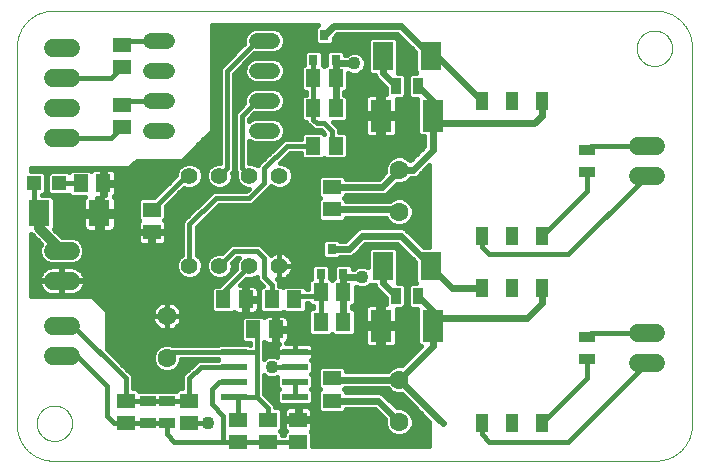
<source format=gtl>
G75*
%MOIN*%
%OFA0B0*%
%FSLAX25Y25*%
%IPPOS*%
%LPD*%
%AMOC8*
5,1,8,0,0,1.08239X$1,22.5*
%
%ADD10C,0.00000*%
%ADD11R,0.05906X0.05118*%
%ADD12C,0.06300*%
%ADD13R,0.05118X0.05906*%
%ADD14R,0.07087X0.09449*%
%ADD15R,0.08661X0.02362*%
%ADD16R,0.03150X0.03543*%
%ADD17C,0.05600*%
%ADD18C,0.05937*%
%ADD19R,0.03543X0.05512*%
%ADD20R,0.05512X0.03543*%
%ADD21R,0.07087X0.10630*%
%ADD22R,0.07087X0.08661*%
%ADD23R,0.04724X0.04724*%
%ADD24C,0.05200*%
%ADD25R,0.04000X0.06000*%
%ADD26C,0.01600*%
%ADD27C,0.02400*%
%ADD28C,0.04356*%
%ADD29C,0.03200*%
D10*
X0016500Y0005500D02*
X0217500Y0005500D01*
X0217790Y0005504D01*
X0218080Y0005514D01*
X0218369Y0005532D01*
X0218658Y0005556D01*
X0218946Y0005587D01*
X0219234Y0005626D01*
X0219520Y0005671D01*
X0219806Y0005724D01*
X0220089Y0005783D01*
X0220372Y0005849D01*
X0220652Y0005921D01*
X0220931Y0006001D01*
X0221208Y0006087D01*
X0221483Y0006180D01*
X0221755Y0006280D01*
X0222025Y0006386D01*
X0222292Y0006498D01*
X0222557Y0006618D01*
X0222818Y0006743D01*
X0223077Y0006875D01*
X0223332Y0007012D01*
X0223584Y0007156D01*
X0223832Y0007306D01*
X0224076Y0007462D01*
X0224317Y0007624D01*
X0224553Y0007792D01*
X0224786Y0007965D01*
X0225014Y0008144D01*
X0225238Y0008328D01*
X0225457Y0008518D01*
X0225672Y0008713D01*
X0225882Y0008913D01*
X0226087Y0009118D01*
X0226287Y0009328D01*
X0226482Y0009543D01*
X0226672Y0009762D01*
X0226856Y0009986D01*
X0227035Y0010214D01*
X0227208Y0010447D01*
X0227376Y0010683D01*
X0227538Y0010924D01*
X0227694Y0011168D01*
X0227844Y0011416D01*
X0227988Y0011668D01*
X0228125Y0011923D01*
X0228257Y0012182D01*
X0228382Y0012443D01*
X0228502Y0012708D01*
X0228614Y0012975D01*
X0228720Y0013245D01*
X0228820Y0013517D01*
X0228913Y0013792D01*
X0228999Y0014069D01*
X0229079Y0014348D01*
X0229151Y0014628D01*
X0229217Y0014911D01*
X0229276Y0015194D01*
X0229329Y0015480D01*
X0229374Y0015766D01*
X0229413Y0016054D01*
X0229444Y0016342D01*
X0229468Y0016631D01*
X0229486Y0016920D01*
X0229496Y0017210D01*
X0229500Y0017500D01*
X0229500Y0143500D01*
X0229496Y0143790D01*
X0229486Y0144080D01*
X0229468Y0144369D01*
X0229444Y0144658D01*
X0229413Y0144946D01*
X0229374Y0145234D01*
X0229329Y0145520D01*
X0229276Y0145806D01*
X0229217Y0146089D01*
X0229151Y0146372D01*
X0229079Y0146652D01*
X0228999Y0146931D01*
X0228913Y0147208D01*
X0228820Y0147483D01*
X0228720Y0147755D01*
X0228614Y0148025D01*
X0228502Y0148292D01*
X0228382Y0148557D01*
X0228257Y0148818D01*
X0228125Y0149077D01*
X0227988Y0149332D01*
X0227844Y0149584D01*
X0227694Y0149832D01*
X0227538Y0150076D01*
X0227376Y0150317D01*
X0227208Y0150553D01*
X0227035Y0150786D01*
X0226856Y0151014D01*
X0226672Y0151238D01*
X0226482Y0151457D01*
X0226287Y0151672D01*
X0226087Y0151882D01*
X0225882Y0152087D01*
X0225672Y0152287D01*
X0225457Y0152482D01*
X0225238Y0152672D01*
X0225014Y0152856D01*
X0224786Y0153035D01*
X0224553Y0153208D01*
X0224317Y0153376D01*
X0224076Y0153538D01*
X0223832Y0153694D01*
X0223584Y0153844D01*
X0223332Y0153988D01*
X0223077Y0154125D01*
X0222818Y0154257D01*
X0222557Y0154382D01*
X0222292Y0154502D01*
X0222025Y0154614D01*
X0221755Y0154720D01*
X0221483Y0154820D01*
X0221208Y0154913D01*
X0220931Y0154999D01*
X0220652Y0155079D01*
X0220372Y0155151D01*
X0220089Y0155217D01*
X0219806Y0155276D01*
X0219520Y0155329D01*
X0219234Y0155374D01*
X0218946Y0155413D01*
X0218658Y0155444D01*
X0218369Y0155468D01*
X0218080Y0155486D01*
X0217790Y0155496D01*
X0217500Y0155500D01*
X0016500Y0155500D01*
X0016210Y0155496D01*
X0015920Y0155486D01*
X0015631Y0155468D01*
X0015342Y0155444D01*
X0015054Y0155413D01*
X0014766Y0155374D01*
X0014480Y0155329D01*
X0014194Y0155276D01*
X0013911Y0155217D01*
X0013628Y0155151D01*
X0013348Y0155079D01*
X0013069Y0154999D01*
X0012792Y0154913D01*
X0012517Y0154820D01*
X0012245Y0154720D01*
X0011975Y0154614D01*
X0011708Y0154502D01*
X0011443Y0154382D01*
X0011182Y0154257D01*
X0010923Y0154125D01*
X0010668Y0153988D01*
X0010416Y0153844D01*
X0010168Y0153694D01*
X0009924Y0153538D01*
X0009683Y0153376D01*
X0009447Y0153208D01*
X0009214Y0153035D01*
X0008986Y0152856D01*
X0008762Y0152672D01*
X0008543Y0152482D01*
X0008328Y0152287D01*
X0008118Y0152087D01*
X0007913Y0151882D01*
X0007713Y0151672D01*
X0007518Y0151457D01*
X0007328Y0151238D01*
X0007144Y0151014D01*
X0006965Y0150786D01*
X0006792Y0150553D01*
X0006624Y0150317D01*
X0006462Y0150076D01*
X0006306Y0149832D01*
X0006156Y0149584D01*
X0006012Y0149332D01*
X0005875Y0149077D01*
X0005743Y0148818D01*
X0005618Y0148557D01*
X0005498Y0148292D01*
X0005386Y0148025D01*
X0005280Y0147755D01*
X0005180Y0147483D01*
X0005087Y0147208D01*
X0005001Y0146931D01*
X0004921Y0146652D01*
X0004849Y0146372D01*
X0004783Y0146089D01*
X0004724Y0145806D01*
X0004671Y0145520D01*
X0004626Y0145234D01*
X0004587Y0144946D01*
X0004556Y0144658D01*
X0004532Y0144369D01*
X0004514Y0144080D01*
X0004504Y0143790D01*
X0004500Y0143500D01*
X0004500Y0017500D01*
X0004504Y0017210D01*
X0004514Y0016920D01*
X0004532Y0016631D01*
X0004556Y0016342D01*
X0004587Y0016054D01*
X0004626Y0015766D01*
X0004671Y0015480D01*
X0004724Y0015194D01*
X0004783Y0014911D01*
X0004849Y0014628D01*
X0004921Y0014348D01*
X0005001Y0014069D01*
X0005087Y0013792D01*
X0005180Y0013517D01*
X0005280Y0013245D01*
X0005386Y0012975D01*
X0005498Y0012708D01*
X0005618Y0012443D01*
X0005743Y0012182D01*
X0005875Y0011923D01*
X0006012Y0011668D01*
X0006156Y0011416D01*
X0006306Y0011168D01*
X0006462Y0010924D01*
X0006624Y0010683D01*
X0006792Y0010447D01*
X0006965Y0010214D01*
X0007144Y0009986D01*
X0007328Y0009762D01*
X0007518Y0009543D01*
X0007713Y0009328D01*
X0007913Y0009118D01*
X0008118Y0008913D01*
X0008328Y0008713D01*
X0008543Y0008518D01*
X0008762Y0008328D01*
X0008986Y0008144D01*
X0009214Y0007965D01*
X0009447Y0007792D01*
X0009683Y0007624D01*
X0009924Y0007462D01*
X0010168Y0007306D01*
X0010416Y0007156D01*
X0010668Y0007012D01*
X0010923Y0006875D01*
X0011182Y0006743D01*
X0011443Y0006618D01*
X0011708Y0006498D01*
X0011975Y0006386D01*
X0012245Y0006280D01*
X0012517Y0006180D01*
X0012792Y0006087D01*
X0013069Y0006001D01*
X0013348Y0005921D01*
X0013628Y0005849D01*
X0013911Y0005783D01*
X0014194Y0005724D01*
X0014480Y0005671D01*
X0014766Y0005626D01*
X0015054Y0005587D01*
X0015342Y0005556D01*
X0015631Y0005532D01*
X0015920Y0005514D01*
X0016210Y0005504D01*
X0016500Y0005500D01*
X0011094Y0018000D02*
X0011096Y0018153D01*
X0011102Y0018307D01*
X0011112Y0018460D01*
X0011126Y0018612D01*
X0011144Y0018765D01*
X0011166Y0018916D01*
X0011191Y0019067D01*
X0011221Y0019218D01*
X0011255Y0019368D01*
X0011292Y0019516D01*
X0011333Y0019664D01*
X0011378Y0019810D01*
X0011427Y0019956D01*
X0011480Y0020100D01*
X0011536Y0020242D01*
X0011596Y0020383D01*
X0011660Y0020523D01*
X0011727Y0020661D01*
X0011798Y0020797D01*
X0011873Y0020931D01*
X0011950Y0021063D01*
X0012032Y0021193D01*
X0012116Y0021321D01*
X0012204Y0021447D01*
X0012295Y0021570D01*
X0012389Y0021691D01*
X0012487Y0021809D01*
X0012587Y0021925D01*
X0012691Y0022038D01*
X0012797Y0022149D01*
X0012906Y0022257D01*
X0013018Y0022362D01*
X0013132Y0022463D01*
X0013250Y0022562D01*
X0013369Y0022658D01*
X0013491Y0022751D01*
X0013616Y0022840D01*
X0013743Y0022927D01*
X0013872Y0023009D01*
X0014003Y0023089D01*
X0014136Y0023165D01*
X0014271Y0023238D01*
X0014408Y0023307D01*
X0014547Y0023372D01*
X0014687Y0023434D01*
X0014829Y0023492D01*
X0014972Y0023547D01*
X0015117Y0023598D01*
X0015263Y0023645D01*
X0015410Y0023688D01*
X0015558Y0023727D01*
X0015707Y0023763D01*
X0015857Y0023794D01*
X0016008Y0023822D01*
X0016159Y0023846D01*
X0016312Y0023866D01*
X0016464Y0023882D01*
X0016617Y0023894D01*
X0016770Y0023902D01*
X0016923Y0023906D01*
X0017077Y0023906D01*
X0017230Y0023902D01*
X0017383Y0023894D01*
X0017536Y0023882D01*
X0017688Y0023866D01*
X0017841Y0023846D01*
X0017992Y0023822D01*
X0018143Y0023794D01*
X0018293Y0023763D01*
X0018442Y0023727D01*
X0018590Y0023688D01*
X0018737Y0023645D01*
X0018883Y0023598D01*
X0019028Y0023547D01*
X0019171Y0023492D01*
X0019313Y0023434D01*
X0019453Y0023372D01*
X0019592Y0023307D01*
X0019729Y0023238D01*
X0019864Y0023165D01*
X0019997Y0023089D01*
X0020128Y0023009D01*
X0020257Y0022927D01*
X0020384Y0022840D01*
X0020509Y0022751D01*
X0020631Y0022658D01*
X0020750Y0022562D01*
X0020868Y0022463D01*
X0020982Y0022362D01*
X0021094Y0022257D01*
X0021203Y0022149D01*
X0021309Y0022038D01*
X0021413Y0021925D01*
X0021513Y0021809D01*
X0021611Y0021691D01*
X0021705Y0021570D01*
X0021796Y0021447D01*
X0021884Y0021321D01*
X0021968Y0021193D01*
X0022050Y0021063D01*
X0022127Y0020931D01*
X0022202Y0020797D01*
X0022273Y0020661D01*
X0022340Y0020523D01*
X0022404Y0020383D01*
X0022464Y0020242D01*
X0022520Y0020100D01*
X0022573Y0019956D01*
X0022622Y0019810D01*
X0022667Y0019664D01*
X0022708Y0019516D01*
X0022745Y0019368D01*
X0022779Y0019218D01*
X0022809Y0019067D01*
X0022834Y0018916D01*
X0022856Y0018765D01*
X0022874Y0018612D01*
X0022888Y0018460D01*
X0022898Y0018307D01*
X0022904Y0018153D01*
X0022906Y0018000D01*
X0022904Y0017847D01*
X0022898Y0017693D01*
X0022888Y0017540D01*
X0022874Y0017388D01*
X0022856Y0017235D01*
X0022834Y0017084D01*
X0022809Y0016933D01*
X0022779Y0016782D01*
X0022745Y0016632D01*
X0022708Y0016484D01*
X0022667Y0016336D01*
X0022622Y0016190D01*
X0022573Y0016044D01*
X0022520Y0015900D01*
X0022464Y0015758D01*
X0022404Y0015617D01*
X0022340Y0015477D01*
X0022273Y0015339D01*
X0022202Y0015203D01*
X0022127Y0015069D01*
X0022050Y0014937D01*
X0021968Y0014807D01*
X0021884Y0014679D01*
X0021796Y0014553D01*
X0021705Y0014430D01*
X0021611Y0014309D01*
X0021513Y0014191D01*
X0021413Y0014075D01*
X0021309Y0013962D01*
X0021203Y0013851D01*
X0021094Y0013743D01*
X0020982Y0013638D01*
X0020868Y0013537D01*
X0020750Y0013438D01*
X0020631Y0013342D01*
X0020509Y0013249D01*
X0020384Y0013160D01*
X0020257Y0013073D01*
X0020128Y0012991D01*
X0019997Y0012911D01*
X0019864Y0012835D01*
X0019729Y0012762D01*
X0019592Y0012693D01*
X0019453Y0012628D01*
X0019313Y0012566D01*
X0019171Y0012508D01*
X0019028Y0012453D01*
X0018883Y0012402D01*
X0018737Y0012355D01*
X0018590Y0012312D01*
X0018442Y0012273D01*
X0018293Y0012237D01*
X0018143Y0012206D01*
X0017992Y0012178D01*
X0017841Y0012154D01*
X0017688Y0012134D01*
X0017536Y0012118D01*
X0017383Y0012106D01*
X0017230Y0012098D01*
X0017077Y0012094D01*
X0016923Y0012094D01*
X0016770Y0012098D01*
X0016617Y0012106D01*
X0016464Y0012118D01*
X0016312Y0012134D01*
X0016159Y0012154D01*
X0016008Y0012178D01*
X0015857Y0012206D01*
X0015707Y0012237D01*
X0015558Y0012273D01*
X0015410Y0012312D01*
X0015263Y0012355D01*
X0015117Y0012402D01*
X0014972Y0012453D01*
X0014829Y0012508D01*
X0014687Y0012566D01*
X0014547Y0012628D01*
X0014408Y0012693D01*
X0014271Y0012762D01*
X0014136Y0012835D01*
X0014003Y0012911D01*
X0013872Y0012991D01*
X0013743Y0013073D01*
X0013616Y0013160D01*
X0013491Y0013249D01*
X0013369Y0013342D01*
X0013250Y0013438D01*
X0013132Y0013537D01*
X0013018Y0013638D01*
X0012906Y0013743D01*
X0012797Y0013851D01*
X0012691Y0013962D01*
X0012587Y0014075D01*
X0012487Y0014191D01*
X0012389Y0014309D01*
X0012295Y0014430D01*
X0012204Y0014553D01*
X0012116Y0014679D01*
X0012032Y0014807D01*
X0011950Y0014937D01*
X0011873Y0015069D01*
X0011798Y0015203D01*
X0011727Y0015339D01*
X0011660Y0015477D01*
X0011596Y0015617D01*
X0011536Y0015758D01*
X0011480Y0015900D01*
X0011427Y0016044D01*
X0011378Y0016190D01*
X0011333Y0016336D01*
X0011292Y0016484D01*
X0011255Y0016632D01*
X0011221Y0016782D01*
X0011191Y0016933D01*
X0011166Y0017084D01*
X0011144Y0017235D01*
X0011126Y0017388D01*
X0011112Y0017540D01*
X0011102Y0017693D01*
X0011096Y0017847D01*
X0011094Y0018000D01*
X0211094Y0143000D02*
X0211096Y0143153D01*
X0211102Y0143307D01*
X0211112Y0143460D01*
X0211126Y0143612D01*
X0211144Y0143765D01*
X0211166Y0143916D01*
X0211191Y0144067D01*
X0211221Y0144218D01*
X0211255Y0144368D01*
X0211292Y0144516D01*
X0211333Y0144664D01*
X0211378Y0144810D01*
X0211427Y0144956D01*
X0211480Y0145100D01*
X0211536Y0145242D01*
X0211596Y0145383D01*
X0211660Y0145523D01*
X0211727Y0145661D01*
X0211798Y0145797D01*
X0211873Y0145931D01*
X0211950Y0146063D01*
X0212032Y0146193D01*
X0212116Y0146321D01*
X0212204Y0146447D01*
X0212295Y0146570D01*
X0212389Y0146691D01*
X0212487Y0146809D01*
X0212587Y0146925D01*
X0212691Y0147038D01*
X0212797Y0147149D01*
X0212906Y0147257D01*
X0213018Y0147362D01*
X0213132Y0147463D01*
X0213250Y0147562D01*
X0213369Y0147658D01*
X0213491Y0147751D01*
X0213616Y0147840D01*
X0213743Y0147927D01*
X0213872Y0148009D01*
X0214003Y0148089D01*
X0214136Y0148165D01*
X0214271Y0148238D01*
X0214408Y0148307D01*
X0214547Y0148372D01*
X0214687Y0148434D01*
X0214829Y0148492D01*
X0214972Y0148547D01*
X0215117Y0148598D01*
X0215263Y0148645D01*
X0215410Y0148688D01*
X0215558Y0148727D01*
X0215707Y0148763D01*
X0215857Y0148794D01*
X0216008Y0148822D01*
X0216159Y0148846D01*
X0216312Y0148866D01*
X0216464Y0148882D01*
X0216617Y0148894D01*
X0216770Y0148902D01*
X0216923Y0148906D01*
X0217077Y0148906D01*
X0217230Y0148902D01*
X0217383Y0148894D01*
X0217536Y0148882D01*
X0217688Y0148866D01*
X0217841Y0148846D01*
X0217992Y0148822D01*
X0218143Y0148794D01*
X0218293Y0148763D01*
X0218442Y0148727D01*
X0218590Y0148688D01*
X0218737Y0148645D01*
X0218883Y0148598D01*
X0219028Y0148547D01*
X0219171Y0148492D01*
X0219313Y0148434D01*
X0219453Y0148372D01*
X0219592Y0148307D01*
X0219729Y0148238D01*
X0219864Y0148165D01*
X0219997Y0148089D01*
X0220128Y0148009D01*
X0220257Y0147927D01*
X0220384Y0147840D01*
X0220509Y0147751D01*
X0220631Y0147658D01*
X0220750Y0147562D01*
X0220868Y0147463D01*
X0220982Y0147362D01*
X0221094Y0147257D01*
X0221203Y0147149D01*
X0221309Y0147038D01*
X0221413Y0146925D01*
X0221513Y0146809D01*
X0221611Y0146691D01*
X0221705Y0146570D01*
X0221796Y0146447D01*
X0221884Y0146321D01*
X0221968Y0146193D01*
X0222050Y0146063D01*
X0222127Y0145931D01*
X0222202Y0145797D01*
X0222273Y0145661D01*
X0222340Y0145523D01*
X0222404Y0145383D01*
X0222464Y0145242D01*
X0222520Y0145100D01*
X0222573Y0144956D01*
X0222622Y0144810D01*
X0222667Y0144664D01*
X0222708Y0144516D01*
X0222745Y0144368D01*
X0222779Y0144218D01*
X0222809Y0144067D01*
X0222834Y0143916D01*
X0222856Y0143765D01*
X0222874Y0143612D01*
X0222888Y0143460D01*
X0222898Y0143307D01*
X0222904Y0143153D01*
X0222906Y0143000D01*
X0222904Y0142847D01*
X0222898Y0142693D01*
X0222888Y0142540D01*
X0222874Y0142388D01*
X0222856Y0142235D01*
X0222834Y0142084D01*
X0222809Y0141933D01*
X0222779Y0141782D01*
X0222745Y0141632D01*
X0222708Y0141484D01*
X0222667Y0141336D01*
X0222622Y0141190D01*
X0222573Y0141044D01*
X0222520Y0140900D01*
X0222464Y0140758D01*
X0222404Y0140617D01*
X0222340Y0140477D01*
X0222273Y0140339D01*
X0222202Y0140203D01*
X0222127Y0140069D01*
X0222050Y0139937D01*
X0221968Y0139807D01*
X0221884Y0139679D01*
X0221796Y0139553D01*
X0221705Y0139430D01*
X0221611Y0139309D01*
X0221513Y0139191D01*
X0221413Y0139075D01*
X0221309Y0138962D01*
X0221203Y0138851D01*
X0221094Y0138743D01*
X0220982Y0138638D01*
X0220868Y0138537D01*
X0220750Y0138438D01*
X0220631Y0138342D01*
X0220509Y0138249D01*
X0220384Y0138160D01*
X0220257Y0138073D01*
X0220128Y0137991D01*
X0219997Y0137911D01*
X0219864Y0137835D01*
X0219729Y0137762D01*
X0219592Y0137693D01*
X0219453Y0137628D01*
X0219313Y0137566D01*
X0219171Y0137508D01*
X0219028Y0137453D01*
X0218883Y0137402D01*
X0218737Y0137355D01*
X0218590Y0137312D01*
X0218442Y0137273D01*
X0218293Y0137237D01*
X0218143Y0137206D01*
X0217992Y0137178D01*
X0217841Y0137154D01*
X0217688Y0137134D01*
X0217536Y0137118D01*
X0217383Y0137106D01*
X0217230Y0137098D01*
X0217077Y0137094D01*
X0216923Y0137094D01*
X0216770Y0137098D01*
X0216617Y0137106D01*
X0216464Y0137118D01*
X0216312Y0137134D01*
X0216159Y0137154D01*
X0216008Y0137178D01*
X0215857Y0137206D01*
X0215707Y0137237D01*
X0215558Y0137273D01*
X0215410Y0137312D01*
X0215263Y0137355D01*
X0215117Y0137402D01*
X0214972Y0137453D01*
X0214829Y0137508D01*
X0214687Y0137566D01*
X0214547Y0137628D01*
X0214408Y0137693D01*
X0214271Y0137762D01*
X0214136Y0137835D01*
X0214003Y0137911D01*
X0213872Y0137991D01*
X0213743Y0138073D01*
X0213616Y0138160D01*
X0213491Y0138249D01*
X0213369Y0138342D01*
X0213250Y0138438D01*
X0213132Y0138537D01*
X0213018Y0138638D01*
X0212906Y0138743D01*
X0212797Y0138851D01*
X0212691Y0138962D01*
X0212587Y0139075D01*
X0212487Y0139191D01*
X0212389Y0139309D01*
X0212295Y0139430D01*
X0212204Y0139553D01*
X0212116Y0139679D01*
X0212032Y0139807D01*
X0211950Y0139937D01*
X0211873Y0140069D01*
X0211798Y0140203D01*
X0211727Y0140339D01*
X0211660Y0140477D01*
X0211596Y0140617D01*
X0211536Y0140758D01*
X0211480Y0140900D01*
X0211427Y0141044D01*
X0211378Y0141190D01*
X0211333Y0141336D01*
X0211292Y0141484D01*
X0211255Y0141632D01*
X0211221Y0141782D01*
X0211191Y0141933D01*
X0211166Y0142084D01*
X0211144Y0142235D01*
X0211126Y0142388D01*
X0211112Y0142540D01*
X0211102Y0142693D01*
X0211096Y0142847D01*
X0211094Y0143000D01*
D11*
X0109500Y0096740D03*
X0109500Y0089260D03*
X0049500Y0089240D03*
X0049500Y0081760D03*
X0039500Y0116760D03*
X0039500Y0124240D03*
X0039500Y0136760D03*
X0039500Y0144240D03*
X0109500Y0032990D03*
X0109500Y0025510D03*
X0098250Y0019240D03*
X0088250Y0019240D03*
X0078250Y0019240D03*
X0078250Y0011760D03*
X0088250Y0011760D03*
X0098250Y0011760D03*
X0062000Y0018010D03*
X0062000Y0025490D03*
X0040750Y0025490D03*
X0040750Y0018010D03*
D12*
X0054500Y0039750D03*
X0054500Y0053750D03*
X0132000Y0032500D03*
X0132000Y0018500D03*
X0132000Y0088500D03*
X0132000Y0102500D03*
D13*
X0110740Y0110500D03*
X0103260Y0110500D03*
X0103260Y0123000D03*
X0110740Y0123000D03*
X0110740Y0133000D03*
X0103260Y0133000D03*
X0033240Y0098000D03*
X0025760Y0098000D03*
X0073260Y0059250D03*
X0080740Y0059250D03*
X0089510Y0059250D03*
X0096990Y0059250D03*
X0105760Y0061750D03*
X0113240Y0061750D03*
X0113240Y0051750D03*
X0105760Y0051750D03*
X0090740Y0049250D03*
X0083260Y0049250D03*
D14*
X0126528Y0070500D03*
X0142472Y0070500D03*
X0142472Y0140500D03*
X0126528Y0140500D03*
D15*
X0097236Y0041750D03*
X0097236Y0036750D03*
X0097236Y0031750D03*
X0097236Y0026750D03*
X0076764Y0026750D03*
X0076764Y0031750D03*
X0076764Y0036750D03*
X0076764Y0041750D03*
D16*
X0105760Y0067813D03*
X0113240Y0067813D03*
X0109500Y0076081D03*
X0110740Y0139063D03*
X0103260Y0139063D03*
X0107000Y0147331D03*
D17*
X0092000Y0100500D03*
X0082000Y0100500D03*
X0072000Y0100500D03*
X0062000Y0100500D03*
X0062000Y0070500D03*
X0072000Y0070500D03*
X0082000Y0070500D03*
X0092000Y0070500D03*
D18*
X0022469Y0065500D02*
X0016531Y0065500D01*
X0016531Y0075500D02*
X0022469Y0075500D01*
X0022469Y0050500D02*
X0016531Y0050500D01*
X0016531Y0040500D02*
X0022469Y0040500D01*
X0022469Y0113000D02*
X0016531Y0113000D01*
X0016531Y0123000D02*
X0022469Y0123000D01*
X0022469Y0133000D02*
X0016531Y0133000D01*
X0016531Y0143000D02*
X0022469Y0143000D01*
X0211531Y0110500D02*
X0217469Y0110500D01*
X0217469Y0100500D02*
X0211531Y0100500D01*
X0211531Y0048000D02*
X0217469Y0048000D01*
X0217469Y0038000D02*
X0211531Y0038000D01*
D19*
X0138240Y0060500D03*
X0130760Y0060500D03*
X0130760Y0130500D03*
X0138240Y0130500D03*
D20*
X0194500Y0109240D03*
X0194500Y0101760D03*
X0194500Y0046740D03*
X0194500Y0039260D03*
X0054500Y0025490D03*
X0048250Y0025490D03*
X0048250Y0018010D03*
X0054500Y0018010D03*
D21*
X0125839Y0050500D03*
X0143161Y0050500D03*
X0143161Y0120500D03*
X0125839Y0120500D03*
D22*
X0032039Y0088000D03*
X0011961Y0088000D03*
D23*
X0010366Y0098000D03*
X0018634Y0098000D03*
D24*
X0049300Y0115500D02*
X0054500Y0115500D01*
X0054500Y0125500D02*
X0049300Y0125500D01*
X0049300Y0135500D02*
X0054500Y0135500D01*
X0054500Y0145500D02*
X0049300Y0145500D01*
X0084500Y0145500D02*
X0089700Y0145500D01*
X0089700Y0135500D02*
X0084500Y0135500D01*
X0084500Y0125500D02*
X0089700Y0125500D01*
X0089700Y0115500D02*
X0084500Y0115500D01*
D25*
X0159500Y0125500D03*
X0169500Y0125500D03*
X0179500Y0125500D03*
X0179500Y0080500D03*
X0169500Y0080500D03*
X0159500Y0080500D03*
X0159500Y0063000D03*
X0169500Y0063000D03*
X0179500Y0063000D03*
X0179500Y0018000D03*
X0169500Y0018000D03*
X0159500Y0018000D03*
D26*
X0159500Y0014250D01*
X0162000Y0011750D01*
X0188250Y0011750D01*
X0214500Y0038000D01*
X0214500Y0048000D02*
X0195760Y0048000D01*
X0194500Y0046740D01*
X0194500Y0039260D02*
X0194500Y0033000D01*
X0179500Y0018000D01*
X0142000Y0018288D02*
X0136750Y0018288D01*
X0136750Y0017555D02*
X0136750Y0019445D01*
X0136027Y0021191D01*
X0134691Y0022527D01*
X0132945Y0023250D01*
X0131210Y0023250D01*
X0126576Y0027884D01*
X0125547Y0028310D01*
X0114053Y0028310D01*
X0114053Y0028732D01*
X0113534Y0029250D01*
X0113984Y0029700D01*
X0128082Y0029700D01*
X0129309Y0028473D01*
X0131055Y0027750D01*
X0132790Y0027750D01*
X0142000Y0018540D01*
X0142000Y0010300D01*
X0102803Y0010300D01*
X0102803Y0014982D01*
X0102426Y0015359D01*
X0102643Y0015576D01*
X0102880Y0015986D01*
X0103003Y0016444D01*
X0103003Y0018761D01*
X0098730Y0018761D01*
X0098730Y0019720D01*
X0103003Y0019720D01*
X0103003Y0022036D01*
X0102880Y0022494D01*
X0102643Y0022904D01*
X0102308Y0023240D01*
X0101898Y0023477D01*
X0101440Y0023599D01*
X0098730Y0023599D01*
X0098730Y0019720D01*
X0097770Y0019720D01*
X0097770Y0018761D01*
X0093497Y0018761D01*
X0093497Y0016444D01*
X0093620Y0015986D01*
X0093857Y0015576D01*
X0094074Y0015359D01*
X0093697Y0014982D01*
X0093697Y0014160D01*
X0092803Y0014160D01*
X0092803Y0014982D01*
X0092284Y0015500D01*
X0092803Y0016018D01*
X0092803Y0022462D01*
X0091865Y0023399D01*
X0090650Y0023399D01*
X0090650Y0023477D01*
X0090285Y0024359D01*
X0089609Y0025035D01*
X0086900Y0027744D01*
X0086900Y0034007D01*
X0087360Y0033547D01*
X0088749Y0032972D01*
X0090251Y0032972D01*
X0091306Y0033409D01*
X0091306Y0029906D01*
X0091962Y0029250D01*
X0091306Y0028594D01*
X0091306Y0024906D01*
X0092243Y0023969D01*
X0102230Y0023969D01*
X0103167Y0024906D01*
X0103167Y0028594D01*
X0102511Y0029250D01*
X0103167Y0029906D01*
X0103167Y0033594D01*
X0102511Y0034250D01*
X0103167Y0034906D01*
X0103167Y0038594D01*
X0102647Y0039114D01*
X0102672Y0039129D01*
X0103007Y0039464D01*
X0103244Y0039874D01*
X0103367Y0040332D01*
X0103367Y0041750D01*
X0103367Y0043168D01*
X0103244Y0043626D01*
X0103007Y0044036D01*
X0102672Y0044371D01*
X0102262Y0044608D01*
X0101804Y0044731D01*
X0097236Y0044731D01*
X0094187Y0044731D01*
X0094404Y0044857D01*
X0094740Y0045192D01*
X0094977Y0045602D01*
X0095099Y0046060D01*
X0095099Y0048770D01*
X0091220Y0048770D01*
X0091220Y0044497D01*
X0092018Y0044497D01*
X0091800Y0044371D01*
X0091465Y0044036D01*
X0091228Y0043626D01*
X0091106Y0043168D01*
X0091105Y0041750D01*
X0097236Y0041750D01*
X0097236Y0041750D01*
X0091106Y0041750D01*
X0091106Y0040332D01*
X0091153Y0040154D01*
X0090251Y0040528D01*
X0088749Y0040528D01*
X0087360Y0039953D01*
X0086900Y0039493D01*
X0086900Y0041273D01*
X0086900Y0045033D01*
X0087076Y0044857D01*
X0087486Y0044620D01*
X0087944Y0044497D01*
X0090261Y0044497D01*
X0090261Y0048770D01*
X0091220Y0048770D01*
X0091220Y0049730D01*
X0090261Y0049730D01*
X0090261Y0054003D01*
X0087944Y0054003D01*
X0087486Y0053880D01*
X0087076Y0053643D01*
X0086859Y0053426D01*
X0086482Y0053803D01*
X0080038Y0053803D01*
X0079101Y0052865D01*
X0079101Y0045634D01*
X0080038Y0044697D01*
X0082100Y0044697D01*
X0082100Y0044188D01*
X0081757Y0044531D01*
X0071770Y0044531D01*
X0071389Y0044150D01*
X0056290Y0044150D01*
X0055445Y0044500D01*
X0053555Y0044500D01*
X0051809Y0043777D01*
X0050473Y0042441D01*
X0049750Y0040695D01*
X0049750Y0038805D01*
X0050473Y0037059D01*
X0051809Y0035723D01*
X0053555Y0035000D01*
X0055445Y0035000D01*
X0057191Y0035723D01*
X0058527Y0037059D01*
X0059250Y0038805D01*
X0059250Y0039350D01*
X0071389Y0039350D01*
X0071489Y0039250D01*
X0071389Y0039150D01*
X0065273Y0039150D01*
X0064391Y0038785D01*
X0059965Y0034359D01*
X0059600Y0033477D01*
X0059600Y0029649D01*
X0058384Y0029649D01*
X0057597Y0028862D01*
X0045153Y0028862D01*
X0044365Y0029649D01*
X0043150Y0029649D01*
X0043150Y0033477D01*
X0042785Y0034359D01*
X0042109Y0035035D01*
X0034500Y0042644D01*
X0034500Y0055500D01*
X0029500Y0060500D01*
X0009300Y0060500D01*
X0009300Y0081175D01*
X0012579Y0077896D01*
X0011963Y0076409D01*
X0011963Y0074591D01*
X0012659Y0072912D01*
X0013944Y0071627D01*
X0015623Y0070931D01*
X0023377Y0070931D01*
X0025056Y0071627D01*
X0026341Y0072912D01*
X0027037Y0074591D01*
X0027037Y0076409D01*
X0026341Y0078088D01*
X0025056Y0079373D01*
X0023377Y0080068D01*
X0019457Y0080068D01*
X0016811Y0082714D01*
X0017104Y0083007D01*
X0017104Y0092993D01*
X0016167Y0093931D01*
X0012766Y0093931D01*
X0012766Y0094038D01*
X0013391Y0094038D01*
X0014328Y0094975D01*
X0014328Y0101025D01*
X0013391Y0101962D01*
X0009300Y0101962D01*
X0009300Y0103000D01*
X0042000Y0103000D01*
X0044500Y0105500D01*
X0059500Y0105500D01*
X0069500Y0115500D01*
X0069500Y0150700D01*
X0104760Y0150700D01*
X0103825Y0149765D01*
X0103825Y0144896D01*
X0104762Y0143959D01*
X0109238Y0143959D01*
X0110175Y0144896D01*
X0110175Y0146546D01*
X0111329Y0147700D01*
X0131313Y0147700D01*
X0137329Y0141684D01*
X0137329Y0135113D01*
X0137586Y0134856D01*
X0135806Y0134856D01*
X0134869Y0133919D01*
X0134869Y0127081D01*
X0135806Y0126144D01*
X0138018Y0126144D01*
X0138018Y0114522D01*
X0138955Y0113585D01*
X0140361Y0113585D01*
X0140361Y0110321D01*
X0135629Y0105589D01*
X0134691Y0106527D01*
X0132945Y0107250D01*
X0131055Y0107250D01*
X0129309Y0106527D01*
X0127973Y0105191D01*
X0127250Y0103445D01*
X0127250Y0101710D01*
X0125080Y0099540D01*
X0114053Y0099540D01*
X0114053Y0099962D01*
X0113115Y0100899D01*
X0105884Y0100899D01*
X0104947Y0099962D01*
X0104947Y0093518D01*
X0105466Y0093000D01*
X0104947Y0092482D01*
X0104947Y0086038D01*
X0105884Y0085101D01*
X0113115Y0085101D01*
X0114053Y0086038D01*
X0114053Y0086460D01*
X0127704Y0086460D01*
X0127973Y0085809D01*
X0129309Y0084473D01*
X0131055Y0083750D01*
X0132945Y0083750D01*
X0134691Y0084473D01*
X0136027Y0085809D01*
X0136750Y0087555D01*
X0136750Y0089445D01*
X0136027Y0091191D01*
X0134691Y0092527D01*
X0132945Y0093250D01*
X0131055Y0093250D01*
X0129309Y0092527D01*
X0128842Y0092060D01*
X0114053Y0092060D01*
X0114053Y0092482D01*
X0113534Y0093000D01*
X0114053Y0093518D01*
X0114053Y0093940D01*
X0126797Y0093940D01*
X0127826Y0094366D01*
X0131210Y0097750D01*
X0132945Y0097750D01*
X0134691Y0098473D01*
X0135917Y0099700D01*
X0137057Y0099700D01*
X0138086Y0100126D01*
X0142000Y0104040D01*
X0142000Y0076824D01*
X0140108Y0076824D01*
X0134846Y0082086D01*
X0134059Y0082874D01*
X0133029Y0083300D01*
X0118943Y0083300D01*
X0117914Y0082874D01*
X0113921Y0078881D01*
X0112309Y0078881D01*
X0111738Y0079452D01*
X0107262Y0079452D01*
X0106325Y0078515D01*
X0106325Y0073646D01*
X0107262Y0072709D01*
X0111738Y0072709D01*
X0112309Y0073281D01*
X0115638Y0073281D01*
X0116667Y0073707D01*
X0117454Y0074495D01*
X0120660Y0077700D01*
X0131313Y0077700D01*
X0137329Y0071684D01*
X0137329Y0065113D01*
X0137586Y0064856D01*
X0135806Y0064856D01*
X0134869Y0063919D01*
X0134869Y0057081D01*
X0135806Y0056144D01*
X0138018Y0056144D01*
X0138018Y0044522D01*
X0138955Y0043585D01*
X0139125Y0043585D01*
X0132790Y0037250D01*
X0131055Y0037250D01*
X0129309Y0036527D01*
X0128082Y0035300D01*
X0114053Y0035300D01*
X0114053Y0036212D01*
X0113115Y0037149D01*
X0105884Y0037149D01*
X0104947Y0036212D01*
X0104947Y0029768D01*
X0105466Y0029250D01*
X0104947Y0028732D01*
X0104947Y0022288D01*
X0105884Y0021351D01*
X0113115Y0021351D01*
X0114053Y0022288D01*
X0114053Y0022710D01*
X0123830Y0022710D01*
X0127250Y0019290D01*
X0127250Y0017555D01*
X0127973Y0015809D01*
X0129309Y0014473D01*
X0131055Y0013750D01*
X0132945Y0013750D01*
X0134691Y0014473D01*
X0136027Y0015809D01*
X0136750Y0017555D01*
X0136391Y0016690D02*
X0142000Y0016690D01*
X0142000Y0015091D02*
X0135309Y0015091D01*
X0136567Y0019887D02*
X0140654Y0019887D01*
X0139055Y0021485D02*
X0135732Y0021485D01*
X0137457Y0023084D02*
X0133346Y0023084D01*
X0135858Y0024682D02*
X0129778Y0024682D01*
X0128179Y0026281D02*
X0134260Y0026281D01*
X0130743Y0027879D02*
X0126581Y0027879D01*
X0128305Y0029478D02*
X0113762Y0029478D01*
X0114053Y0035872D02*
X0128654Y0035872D01*
X0133010Y0037470D02*
X0103167Y0037470D01*
X0103167Y0035872D02*
X0104947Y0035872D01*
X0104947Y0034273D02*
X0102534Y0034273D01*
X0103167Y0032675D02*
X0104947Y0032675D01*
X0104947Y0031076D02*
X0103167Y0031076D01*
X0102738Y0029478D02*
X0105238Y0029478D01*
X0104947Y0027879D02*
X0103167Y0027879D01*
X0103167Y0026281D02*
X0104947Y0026281D01*
X0104947Y0024682D02*
X0102943Y0024682D01*
X0102464Y0023084D02*
X0104947Y0023084D01*
X0105750Y0021485D02*
X0103003Y0021485D01*
X0103003Y0019887D02*
X0126654Y0019887D01*
X0127250Y0018288D02*
X0103003Y0018288D01*
X0103003Y0016690D02*
X0127609Y0016690D01*
X0128691Y0015091D02*
X0102693Y0015091D01*
X0102803Y0013493D02*
X0142000Y0013493D01*
X0142000Y0011894D02*
X0102803Y0011894D01*
X0098250Y0011760D02*
X0088250Y0011760D01*
X0078260Y0011760D01*
X0078250Y0011760D01*
X0078260Y0011760D02*
X0077000Y0011750D01*
X0073250Y0011750D01*
X0073250Y0020500D01*
X0069500Y0024250D01*
X0069500Y0029250D01*
X0072000Y0031750D01*
X0076764Y0031750D01*
X0076764Y0026750D02*
X0078250Y0026514D01*
X0078250Y0019240D01*
X0076764Y0026750D02*
X0084500Y0026750D01*
X0088250Y0023000D01*
X0088250Y0019240D01*
X0092803Y0019887D02*
X0093497Y0019887D01*
X0093497Y0019720D02*
X0097770Y0019720D01*
X0097770Y0023599D01*
X0095060Y0023599D01*
X0094602Y0023477D01*
X0094192Y0023240D01*
X0093857Y0022904D01*
X0093620Y0022494D01*
X0093497Y0022036D01*
X0093497Y0019720D01*
X0093497Y0018288D02*
X0092803Y0018288D01*
X0092803Y0016690D02*
X0093497Y0016690D01*
X0093807Y0015091D02*
X0092693Y0015091D01*
X0097770Y0019887D02*
X0098730Y0019887D01*
X0098730Y0021485D02*
X0097770Y0021485D01*
X0097770Y0023084D02*
X0098730Y0023084D01*
X0097236Y0026750D02*
X0097236Y0031750D01*
X0091734Y0029478D02*
X0086900Y0029478D01*
X0086900Y0031076D02*
X0091306Y0031076D01*
X0091306Y0032675D02*
X0086900Y0032675D01*
X0089500Y0036750D02*
X0097236Y0036750D01*
X0102692Y0039069D02*
X0134609Y0039069D01*
X0136207Y0040667D02*
X0103367Y0040667D01*
X0103367Y0041750D02*
X0097236Y0041750D01*
X0097236Y0044731D01*
X0097236Y0041750D01*
X0097236Y0041750D01*
X0103367Y0041750D01*
X0103367Y0042266D02*
X0137806Y0042266D01*
X0138676Y0043864D02*
X0130607Y0043864D01*
X0130487Y0043745D02*
X0130822Y0044080D01*
X0131059Y0044490D01*
X0131182Y0044948D01*
X0131182Y0049700D01*
X0126639Y0049700D01*
X0126639Y0051300D01*
X0131182Y0051300D01*
X0131182Y0056052D01*
X0131157Y0056144D01*
X0133194Y0056144D01*
X0134131Y0057081D01*
X0134131Y0063919D01*
X0133194Y0064856D01*
X0131414Y0064856D01*
X0131671Y0065113D01*
X0131671Y0075887D01*
X0130734Y0076824D01*
X0122322Y0076824D01*
X0121384Y0075887D01*
X0121384Y0070059D01*
X0120251Y0070528D01*
X0118749Y0070528D01*
X0117360Y0069953D01*
X0116957Y0069550D01*
X0116415Y0069550D01*
X0116415Y0070247D01*
X0115478Y0071185D01*
X0111003Y0071185D01*
X0110065Y0070247D01*
X0110065Y0066303D01*
X0110018Y0066303D01*
X0109500Y0065784D01*
X0108982Y0066303D01*
X0108935Y0066303D01*
X0108935Y0070247D01*
X0107997Y0071185D01*
X0103522Y0071185D01*
X0102585Y0070247D01*
X0102585Y0066303D01*
X0102538Y0066303D01*
X0101601Y0065365D01*
X0101601Y0062900D01*
X0101115Y0062900D01*
X0100212Y0063803D01*
X0093768Y0063803D01*
X0093250Y0063284D01*
X0092732Y0063803D01*
X0091910Y0063803D01*
X0091910Y0064708D01*
X0091544Y0065590D01*
X0091158Y0065976D01*
X0091638Y0065900D01*
X0092000Y0065900D01*
X0092362Y0065900D01*
X0093077Y0066013D01*
X0093766Y0066237D01*
X0094411Y0066566D01*
X0094997Y0066991D01*
X0095509Y0067503D01*
X0095934Y0068089D01*
X0096263Y0068734D01*
X0096487Y0069423D01*
X0096600Y0070138D01*
X0096600Y0070500D01*
X0096600Y0070862D01*
X0096487Y0071577D01*
X0096263Y0072266D01*
X0095934Y0072911D01*
X0095509Y0073497D01*
X0094997Y0074009D01*
X0094411Y0074434D01*
X0093766Y0074763D01*
X0093077Y0074987D01*
X0092362Y0075100D01*
X0092000Y0075100D01*
X0092000Y0070500D01*
X0092000Y0070500D01*
X0096600Y0070500D01*
X0092000Y0070500D01*
X0092000Y0070500D01*
X0092000Y0075100D01*
X0091638Y0075100D01*
X0090923Y0074987D01*
X0090234Y0074763D01*
X0089589Y0074434D01*
X0089139Y0074107D01*
X0089035Y0074359D01*
X0088359Y0075035D01*
X0085859Y0077535D01*
X0084977Y0077900D01*
X0076523Y0077900D01*
X0075641Y0077535D01*
X0074965Y0076859D01*
X0072968Y0074862D01*
X0072875Y0074900D01*
X0071125Y0074900D01*
X0069508Y0074230D01*
X0068270Y0072992D01*
X0067600Y0071375D01*
X0067600Y0069625D01*
X0068270Y0068008D01*
X0069508Y0066770D01*
X0071125Y0066100D01*
X0072875Y0066100D01*
X0074492Y0066770D01*
X0075730Y0068008D01*
X0076400Y0069625D01*
X0076400Y0071375D01*
X0076362Y0071468D01*
X0077994Y0073100D01*
X0078377Y0073100D01*
X0078270Y0072992D01*
X0077600Y0071375D01*
X0077600Y0069625D01*
X0077638Y0069532D01*
X0071909Y0063803D01*
X0070038Y0063803D01*
X0069101Y0062865D01*
X0069101Y0055634D01*
X0070038Y0054697D01*
X0076482Y0054697D01*
X0076859Y0055074D01*
X0077076Y0054857D01*
X0077486Y0054620D01*
X0077944Y0054497D01*
X0080261Y0054497D01*
X0080261Y0058770D01*
X0081220Y0058770D01*
X0081220Y0054497D01*
X0083536Y0054497D01*
X0083994Y0054620D01*
X0084404Y0054857D01*
X0084740Y0055192D01*
X0084977Y0055602D01*
X0085099Y0056060D01*
X0085099Y0058770D01*
X0081220Y0058770D01*
X0081220Y0059730D01*
X0080261Y0059730D01*
X0080261Y0064003D01*
X0078897Y0064003D01*
X0081032Y0066138D01*
X0081125Y0066100D01*
X0082875Y0066100D01*
X0084492Y0066770D01*
X0084600Y0066877D01*
X0084600Y0066263D01*
X0084965Y0065381D01*
X0086543Y0063803D01*
X0086288Y0063803D01*
X0085351Y0062865D01*
X0085351Y0055634D01*
X0086288Y0054697D01*
X0092732Y0054697D01*
X0093250Y0055216D01*
X0093768Y0054697D01*
X0100212Y0054697D01*
X0101149Y0055634D01*
X0101149Y0058100D01*
X0101635Y0058100D01*
X0102538Y0057197D01*
X0103360Y0057197D01*
X0103360Y0056303D01*
X0102538Y0056303D01*
X0101601Y0055365D01*
X0101601Y0048134D01*
X0102538Y0047197D01*
X0108982Y0047197D01*
X0109500Y0047716D01*
X0110018Y0047197D01*
X0116462Y0047197D01*
X0117399Y0048134D01*
X0117399Y0055365D01*
X0116462Y0056303D01*
X0116040Y0056303D01*
X0116040Y0057197D01*
X0116462Y0057197D01*
X0117399Y0058134D01*
X0117399Y0063531D01*
X0118749Y0062972D01*
X0120251Y0062972D01*
X0121640Y0063547D01*
X0122295Y0064202D01*
X0122322Y0064176D01*
X0123728Y0064176D01*
X0123728Y0064175D01*
X0124154Y0063146D01*
X0127388Y0059912D01*
X0127388Y0057615D01*
X0126639Y0057615D01*
X0126639Y0051300D01*
X0125039Y0051300D01*
X0125039Y0057615D01*
X0122058Y0057615D01*
X0121600Y0057492D01*
X0121190Y0057255D01*
X0120855Y0056920D01*
X0120618Y0056510D01*
X0120495Y0056052D01*
X0120495Y0051300D01*
X0125039Y0051300D01*
X0125039Y0049700D01*
X0126639Y0049700D01*
X0126639Y0043385D01*
X0129619Y0043385D01*
X0130077Y0043508D01*
X0130487Y0043745D01*
X0131182Y0045463D02*
X0138018Y0045463D01*
X0138018Y0047061D02*
X0131182Y0047061D01*
X0131182Y0048660D02*
X0138018Y0048660D01*
X0138018Y0050258D02*
X0126639Y0050258D01*
X0126639Y0048660D02*
X0125039Y0048660D01*
X0125039Y0049700D02*
X0125039Y0043385D01*
X0122058Y0043385D01*
X0121600Y0043508D01*
X0121190Y0043745D01*
X0120855Y0044080D01*
X0120618Y0044490D01*
X0120495Y0044948D01*
X0120495Y0049700D01*
X0125039Y0049700D01*
X0125039Y0050258D02*
X0117399Y0050258D01*
X0117399Y0048660D02*
X0120495Y0048660D01*
X0120495Y0047061D02*
X0095099Y0047061D01*
X0095099Y0048660D02*
X0101601Y0048660D01*
X0101601Y0050258D02*
X0095099Y0050258D01*
X0095099Y0049730D02*
X0095099Y0052440D01*
X0094977Y0052898D01*
X0094740Y0053308D01*
X0094404Y0053643D01*
X0093994Y0053880D01*
X0093536Y0054003D01*
X0091220Y0054003D01*
X0091220Y0049730D01*
X0095099Y0049730D01*
X0095099Y0051857D02*
X0101601Y0051857D01*
X0101601Y0053455D02*
X0094592Y0053455D01*
X0093412Y0055054D02*
X0093088Y0055054D01*
X0091220Y0053455D02*
X0090261Y0053455D01*
X0090261Y0051857D02*
X0091220Y0051857D01*
X0091220Y0050258D02*
X0090261Y0050258D01*
X0090261Y0048660D02*
X0091220Y0048660D01*
X0091220Y0047061D02*
X0090261Y0047061D01*
X0090261Y0045463D02*
X0091220Y0045463D01*
X0091366Y0043864D02*
X0086900Y0043864D01*
X0086900Y0042266D02*
X0091106Y0042266D01*
X0091106Y0040667D02*
X0086900Y0040667D01*
X0084500Y0041750D02*
X0076764Y0041750D01*
X0056500Y0041750D01*
X0054500Y0039750D01*
X0058697Y0037470D02*
X0063076Y0037470D01*
X0061478Y0035872D02*
X0057339Y0035872D01*
X0059930Y0034273D02*
X0042820Y0034273D01*
X0043150Y0032675D02*
X0059600Y0032675D01*
X0059600Y0031076D02*
X0043150Y0031076D01*
X0044537Y0029478D02*
X0058213Y0029478D01*
X0062000Y0033000D02*
X0065750Y0036750D01*
X0076764Y0036750D01*
X0084500Y0041750D02*
X0084500Y0048010D01*
X0083260Y0049250D01*
X0079101Y0048660D02*
X0034500Y0048660D01*
X0034500Y0050258D02*
X0050991Y0050258D01*
X0050724Y0050525D02*
X0051275Y0049974D01*
X0051906Y0049516D01*
X0052600Y0049163D01*
X0053341Y0048922D01*
X0054110Y0048800D01*
X0054500Y0048800D01*
X0054890Y0048800D01*
X0055659Y0048922D01*
X0056400Y0049163D01*
X0057094Y0049516D01*
X0057725Y0049974D01*
X0058276Y0050525D01*
X0058734Y0051156D01*
X0059087Y0051850D01*
X0059328Y0052591D01*
X0059450Y0053360D01*
X0059450Y0053750D01*
X0059450Y0054140D01*
X0059328Y0054909D01*
X0059087Y0055650D01*
X0058734Y0056344D01*
X0058276Y0056975D01*
X0057725Y0057526D01*
X0057094Y0057984D01*
X0056400Y0058337D01*
X0055659Y0058578D01*
X0054890Y0058700D01*
X0054500Y0058700D01*
X0054500Y0053750D01*
X0054500Y0053750D01*
X0059450Y0053750D01*
X0054500Y0053750D01*
X0054500Y0053750D01*
X0054500Y0053750D01*
X0049550Y0053750D01*
X0049550Y0054140D01*
X0049672Y0054909D01*
X0049913Y0055650D01*
X0050266Y0056344D01*
X0050724Y0056975D01*
X0051275Y0057526D01*
X0051906Y0057984D01*
X0052600Y0058337D01*
X0053341Y0058578D01*
X0054110Y0058700D01*
X0054500Y0058700D01*
X0054500Y0053750D01*
X0054500Y0048800D01*
X0054500Y0053750D01*
X0054500Y0053750D01*
X0049550Y0053750D01*
X0049550Y0053360D01*
X0049672Y0052591D01*
X0049913Y0051850D01*
X0050266Y0051156D01*
X0050724Y0050525D01*
X0049910Y0051857D02*
X0034500Y0051857D01*
X0034500Y0053455D02*
X0049550Y0053455D01*
X0049719Y0055054D02*
X0034500Y0055054D01*
X0033348Y0056652D02*
X0050490Y0056652D01*
X0052430Y0058251D02*
X0031749Y0058251D01*
X0030151Y0059849D02*
X0069101Y0059849D01*
X0069101Y0058251D02*
X0056570Y0058251D01*
X0054500Y0058251D02*
X0054500Y0058251D01*
X0054500Y0056652D02*
X0054500Y0056652D01*
X0054500Y0055054D02*
X0054500Y0055054D01*
X0054500Y0053455D02*
X0054500Y0053455D01*
X0054500Y0051857D02*
X0054500Y0051857D01*
X0054500Y0050258D02*
X0054500Y0050258D01*
X0058009Y0050258D02*
X0079101Y0050258D01*
X0079101Y0051857D02*
X0059090Y0051857D01*
X0059450Y0053455D02*
X0079691Y0053455D01*
X0080261Y0055054D02*
X0081220Y0055054D01*
X0081220Y0056652D02*
X0080261Y0056652D01*
X0080261Y0058251D02*
X0081220Y0058251D01*
X0081220Y0059730D02*
X0085099Y0059730D01*
X0085099Y0062440D01*
X0084977Y0062898D01*
X0084740Y0063308D01*
X0084404Y0063643D01*
X0083994Y0063880D01*
X0083536Y0064003D01*
X0081220Y0064003D01*
X0081220Y0059730D01*
X0081220Y0059849D02*
X0080261Y0059849D01*
X0080261Y0061448D02*
X0081220Y0061448D01*
X0081220Y0063046D02*
X0080261Y0063046D01*
X0079539Y0064645D02*
X0085701Y0064645D01*
X0085532Y0063046D02*
X0084891Y0063046D01*
X0085099Y0061448D02*
X0085351Y0061448D01*
X0085351Y0059849D02*
X0085099Y0059849D01*
X0085099Y0058251D02*
X0085351Y0058251D01*
X0085351Y0056652D02*
X0085099Y0056652D01*
X0084601Y0055054D02*
X0085931Y0055054D01*
X0086829Y0053455D02*
X0086888Y0053455D01*
X0089510Y0059250D02*
X0089510Y0064230D01*
X0087000Y0066740D01*
X0087000Y0073000D01*
X0084500Y0075500D01*
X0077000Y0075500D01*
X0072000Y0070500D01*
X0068123Y0072637D02*
X0065877Y0072637D01*
X0065730Y0072992D02*
X0064492Y0074230D01*
X0064400Y0074268D01*
X0064400Y0083256D01*
X0071744Y0090600D01*
X0082477Y0090600D01*
X0083359Y0090965D01*
X0084035Y0091641D01*
X0089035Y0096641D01*
X0089211Y0097066D01*
X0089508Y0096770D01*
X0091125Y0096100D01*
X0092875Y0096100D01*
X0094492Y0096770D01*
X0095730Y0098008D01*
X0096400Y0099625D01*
X0096400Y0101375D01*
X0095730Y0102992D01*
X0094492Y0104230D01*
X0092875Y0104900D01*
X0092294Y0104900D01*
X0095494Y0108100D01*
X0099101Y0108100D01*
X0099101Y0106884D01*
X0100038Y0105947D01*
X0106482Y0105947D01*
X0107000Y0106466D01*
X0107518Y0105947D01*
X0113962Y0105947D01*
X0114899Y0106884D01*
X0114899Y0114115D01*
X0113962Y0115053D01*
X0111900Y0115053D01*
X0111900Y0115977D01*
X0111535Y0116859D01*
X0109947Y0118447D01*
X0113962Y0118447D01*
X0114899Y0119384D01*
X0114899Y0126615D01*
X0113962Y0127553D01*
X0113540Y0127553D01*
X0113540Y0128447D01*
X0113962Y0128447D01*
X0114899Y0129384D01*
X0114899Y0134781D01*
X0116249Y0134222D01*
X0117751Y0134222D01*
X0119140Y0134797D01*
X0120203Y0135860D01*
X0120778Y0137249D01*
X0120778Y0138751D01*
X0120203Y0140140D01*
X0119140Y0141203D01*
X0117751Y0141778D01*
X0116249Y0141778D01*
X0114860Y0141203D01*
X0114457Y0140800D01*
X0113915Y0140800D01*
X0113915Y0141497D01*
X0112978Y0142435D01*
X0108503Y0142435D01*
X0107565Y0141497D01*
X0107565Y0137553D01*
X0107518Y0137553D01*
X0107000Y0137034D01*
X0106482Y0137553D01*
X0106435Y0137553D01*
X0106435Y0141497D01*
X0105497Y0142435D01*
X0101022Y0142435D01*
X0100085Y0141497D01*
X0100085Y0137553D01*
X0100038Y0137553D01*
X0099101Y0136615D01*
X0099101Y0129384D01*
X0100038Y0128447D01*
X0100860Y0128447D01*
X0100860Y0127553D01*
X0100038Y0127553D01*
X0099101Y0126615D01*
X0099101Y0119384D01*
X0100038Y0118447D01*
X0100991Y0118447D01*
X0101225Y0117881D01*
X0102465Y0116641D01*
X0103141Y0115965D01*
X0104023Y0115600D01*
X0106006Y0115600D01*
X0107036Y0114570D01*
X0107000Y0114534D01*
X0106482Y0115053D01*
X0100038Y0115053D01*
X0099101Y0114115D01*
X0099101Y0112900D01*
X0094023Y0112900D01*
X0093141Y0112535D01*
X0085641Y0105035D01*
X0084965Y0104359D01*
X0084789Y0103934D01*
X0084492Y0104230D01*
X0082875Y0104900D01*
X0081900Y0104900D01*
X0081900Y0112160D01*
X0082121Y0111939D01*
X0083665Y0111300D01*
X0090535Y0111300D01*
X0092079Y0111939D01*
X0093261Y0113121D01*
X0093900Y0114665D01*
X0093900Y0116335D01*
X0093261Y0117879D01*
X0092079Y0119061D01*
X0090535Y0119700D01*
X0083665Y0119700D01*
X0082121Y0119061D01*
X0081900Y0118840D01*
X0081900Y0119506D01*
X0083694Y0121300D01*
X0090535Y0121300D01*
X0092079Y0121939D01*
X0093261Y0123121D01*
X0093900Y0124665D01*
X0093900Y0126335D01*
X0093261Y0127879D01*
X0092079Y0129061D01*
X0090535Y0129700D01*
X0083665Y0129700D01*
X0082121Y0129061D01*
X0080939Y0127879D01*
X0080300Y0126335D01*
X0080300Y0124694D01*
X0078141Y0122535D01*
X0077465Y0121859D01*
X0077100Y0120977D01*
X0077100Y0102523D01*
X0077465Y0101641D01*
X0077638Y0101468D01*
X0077600Y0101375D01*
X0077600Y0099625D01*
X0078270Y0098008D01*
X0079508Y0096770D01*
X0081125Y0096100D01*
X0081706Y0096100D01*
X0081006Y0095400D01*
X0070273Y0095400D01*
X0069391Y0095035D01*
X0060641Y0086285D01*
X0059965Y0085609D01*
X0059600Y0084727D01*
X0059600Y0074268D01*
X0059508Y0074230D01*
X0058270Y0072992D01*
X0057600Y0071375D01*
X0057600Y0069625D01*
X0058270Y0068008D01*
X0059508Y0066770D01*
X0061125Y0066100D01*
X0062875Y0066100D01*
X0064492Y0066770D01*
X0065730Y0068008D01*
X0066400Y0069625D01*
X0066400Y0071375D01*
X0065730Y0072992D01*
X0064478Y0074236D02*
X0069522Y0074236D01*
X0067600Y0071039D02*
X0066400Y0071039D01*
X0066324Y0069440D02*
X0067676Y0069440D01*
X0068436Y0067842D02*
X0065564Y0067842D01*
X0063221Y0066243D02*
X0070778Y0066243D01*
X0073221Y0066243D02*
X0074349Y0066243D01*
X0075564Y0067842D02*
X0075948Y0067842D01*
X0076324Y0069440D02*
X0077546Y0069440D01*
X0077600Y0071039D02*
X0076400Y0071039D01*
X0077532Y0072637D02*
X0078123Y0072637D01*
X0082000Y0070500D02*
X0073260Y0061760D01*
X0073260Y0059250D01*
X0069101Y0061448D02*
X0025004Y0061448D01*
X0024968Y0061422D02*
X0025575Y0061863D01*
X0026106Y0062394D01*
X0026547Y0063001D01*
X0026888Y0063670D01*
X0027120Y0064383D01*
X0027237Y0065125D01*
X0027237Y0065316D01*
X0019684Y0065316D01*
X0019684Y0060731D01*
X0022844Y0060731D01*
X0023585Y0060849D01*
X0024299Y0061081D01*
X0024968Y0061422D01*
X0026570Y0063046D02*
X0069282Y0063046D01*
X0072751Y0064645D02*
X0027161Y0064645D01*
X0027237Y0065684D02*
X0027237Y0065875D01*
X0027120Y0066617D01*
X0026888Y0067330D01*
X0026547Y0067999D01*
X0026106Y0068606D01*
X0025575Y0069137D01*
X0024968Y0069578D01*
X0024299Y0069919D01*
X0023585Y0070151D01*
X0022844Y0070268D01*
X0019684Y0070268D01*
X0019684Y0065684D01*
X0019316Y0065684D01*
X0019316Y0065316D01*
X0019684Y0065316D01*
X0019684Y0065684D01*
X0027237Y0065684D01*
X0027179Y0066243D02*
X0060778Y0066243D01*
X0058436Y0067842D02*
X0026627Y0067842D01*
X0025158Y0069440D02*
X0057676Y0069440D01*
X0057600Y0071039D02*
X0023637Y0071039D01*
X0026067Y0072637D02*
X0058123Y0072637D01*
X0059522Y0074236D02*
X0026890Y0074236D01*
X0027037Y0075834D02*
X0059600Y0075834D01*
X0059600Y0077433D02*
X0052810Y0077433D01*
X0052690Y0077401D02*
X0053148Y0077523D01*
X0053558Y0077760D01*
X0053893Y0078096D01*
X0054130Y0078506D01*
X0054253Y0078964D01*
X0054253Y0081280D01*
X0049980Y0081280D01*
X0049980Y0082239D01*
X0054253Y0082239D01*
X0054253Y0084556D01*
X0054130Y0085014D01*
X0053893Y0085424D01*
X0053676Y0085641D01*
X0054053Y0086018D01*
X0054053Y0090399D01*
X0060155Y0096502D01*
X0061125Y0096100D01*
X0062875Y0096100D01*
X0064492Y0096770D01*
X0065730Y0098008D01*
X0066400Y0099625D01*
X0066400Y0101375D01*
X0065730Y0102992D01*
X0064492Y0104230D01*
X0062875Y0104900D01*
X0061125Y0104900D01*
X0059508Y0104230D01*
X0058270Y0102992D01*
X0057600Y0101375D01*
X0057600Y0100734D01*
X0050265Y0093399D01*
X0045884Y0093399D01*
X0044947Y0092462D01*
X0044947Y0086018D01*
X0045324Y0085641D01*
X0045107Y0085424D01*
X0044870Y0085014D01*
X0044747Y0084556D01*
X0044747Y0082239D01*
X0049020Y0082239D01*
X0049020Y0081280D01*
X0044747Y0081280D01*
X0044747Y0078964D01*
X0044870Y0078506D01*
X0045107Y0078096D01*
X0045442Y0077760D01*
X0045852Y0077523D01*
X0046310Y0077401D01*
X0049020Y0077401D01*
X0049020Y0081280D01*
X0049980Y0081280D01*
X0049980Y0077401D01*
X0052690Y0077401D01*
X0054253Y0079032D02*
X0059600Y0079032D01*
X0059600Y0080630D02*
X0054253Y0080630D01*
X0054253Y0083827D02*
X0059600Y0083827D01*
X0059600Y0082229D02*
X0049980Y0082229D01*
X0049020Y0082229D02*
X0036687Y0082229D01*
X0036688Y0082229D02*
X0037023Y0082564D01*
X0037260Y0082975D01*
X0037383Y0083432D01*
X0037383Y0087200D01*
X0032839Y0087200D01*
X0032839Y0081869D01*
X0035820Y0081869D01*
X0036277Y0081992D01*
X0036688Y0082229D01*
X0037383Y0083827D02*
X0044747Y0083827D01*
X0045108Y0085426D02*
X0037383Y0085426D01*
X0037383Y0087024D02*
X0044947Y0087024D01*
X0044947Y0088623D02*
X0032839Y0088623D01*
X0032839Y0088800D02*
X0037383Y0088800D01*
X0037383Y0092568D01*
X0037260Y0093025D01*
X0037023Y0093436D01*
X0036871Y0093588D01*
X0036904Y0093607D01*
X0037240Y0093942D01*
X0037477Y0094352D01*
X0037599Y0094810D01*
X0037599Y0097520D01*
X0033720Y0097520D01*
X0033720Y0094131D01*
X0032839Y0094131D01*
X0032839Y0088800D01*
X0031239Y0088800D01*
X0031239Y0087200D01*
X0026696Y0087200D01*
X0026696Y0083432D01*
X0026819Y0082975D01*
X0027056Y0082564D01*
X0027391Y0082229D01*
X0027801Y0081992D01*
X0028259Y0081869D01*
X0031239Y0081869D01*
X0031239Y0087200D01*
X0032839Y0087200D01*
X0032839Y0088800D01*
X0033240Y0089201D02*
X0032039Y0088000D01*
X0031239Y0088623D02*
X0017104Y0088623D01*
X0017104Y0090221D02*
X0026696Y0090221D01*
X0026696Y0088800D02*
X0031239Y0088800D01*
X0031239Y0093247D01*
X0032761Y0093247D01*
X0032761Y0097520D01*
X0033720Y0097520D01*
X0033720Y0098480D01*
X0032761Y0098480D01*
X0032761Y0102753D01*
X0030444Y0102753D01*
X0029986Y0102630D01*
X0029576Y0102393D01*
X0029359Y0102176D01*
X0028982Y0102553D01*
X0022538Y0102553D01*
X0021803Y0101818D01*
X0021659Y0101962D01*
X0015609Y0101962D01*
X0014672Y0101025D01*
X0014672Y0094975D01*
X0015609Y0094038D01*
X0021659Y0094038D01*
X0021803Y0094182D01*
X0022538Y0093447D01*
X0027067Y0093447D01*
X0027056Y0093436D01*
X0026819Y0093025D01*
X0026696Y0092568D01*
X0026696Y0088800D01*
X0026696Y0087024D02*
X0017104Y0087024D01*
X0017104Y0085426D02*
X0026696Y0085426D01*
X0026696Y0083827D02*
X0017104Y0083827D01*
X0017297Y0082229D02*
X0027391Y0082229D01*
X0025398Y0079032D02*
X0044747Y0079032D01*
X0044747Y0080630D02*
X0018895Y0080630D01*
X0012387Y0077433D02*
X0009300Y0077433D01*
X0009300Y0075834D02*
X0011963Y0075834D01*
X0012110Y0074236D02*
X0009300Y0074236D01*
X0009300Y0072637D02*
X0012933Y0072637D01*
X0015363Y0071039D02*
X0009300Y0071039D01*
X0009300Y0069440D02*
X0013842Y0069440D01*
X0014032Y0069578D02*
X0013425Y0069137D01*
X0012894Y0068606D01*
X0012453Y0067999D01*
X0012112Y0067330D01*
X0011880Y0066617D01*
X0011763Y0065875D01*
X0011763Y0065684D01*
X0019316Y0065684D01*
X0019316Y0070268D01*
X0016156Y0070268D01*
X0015415Y0070151D01*
X0014701Y0069919D01*
X0014032Y0069578D01*
X0012373Y0067842D02*
X0009300Y0067842D01*
X0009300Y0066243D02*
X0011821Y0066243D01*
X0011763Y0065316D02*
X0011763Y0065125D01*
X0011880Y0064383D01*
X0012112Y0063670D01*
X0012453Y0063001D01*
X0012894Y0062394D01*
X0013425Y0061863D01*
X0014032Y0061422D01*
X0014701Y0061081D01*
X0015415Y0060849D01*
X0016156Y0060731D01*
X0019316Y0060731D01*
X0019316Y0065316D01*
X0011763Y0065316D01*
X0011839Y0064645D02*
X0009300Y0064645D01*
X0009300Y0063046D02*
X0012430Y0063046D01*
X0013996Y0061448D02*
X0009300Y0061448D01*
X0019316Y0061448D02*
X0019684Y0061448D01*
X0019684Y0063046D02*
X0019316Y0063046D01*
X0019316Y0064645D02*
X0019684Y0064645D01*
X0019684Y0066243D02*
X0019316Y0066243D01*
X0019316Y0067842D02*
X0019684Y0067842D01*
X0019684Y0069440D02*
X0019316Y0069440D01*
X0026613Y0077433D02*
X0046190Y0077433D01*
X0049020Y0077433D02*
X0049980Y0077433D01*
X0049980Y0079032D02*
X0049020Y0079032D01*
X0049020Y0080630D02*
X0049980Y0080630D01*
X0053892Y0085426D02*
X0059889Y0085426D01*
X0061380Y0087024D02*
X0054053Y0087024D01*
X0054053Y0088623D02*
X0062978Y0088623D01*
X0064577Y0090221D02*
X0054053Y0090221D01*
X0055474Y0091820D02*
X0066176Y0091820D01*
X0067774Y0093418D02*
X0057072Y0093418D01*
X0058671Y0095017D02*
X0069373Y0095017D01*
X0069881Y0096615D02*
X0064119Y0096615D01*
X0065815Y0098214D02*
X0068184Y0098214D01*
X0068270Y0098008D02*
X0069508Y0096770D01*
X0071125Y0096100D01*
X0072875Y0096100D01*
X0074492Y0096770D01*
X0075730Y0098008D01*
X0076400Y0099625D01*
X0076400Y0101375D01*
X0076362Y0101468D01*
X0076535Y0101641D01*
X0076900Y0102523D01*
X0076900Y0134506D01*
X0083694Y0141300D01*
X0090535Y0141300D01*
X0092079Y0141939D01*
X0093261Y0143121D01*
X0093900Y0144665D01*
X0093900Y0146335D01*
X0093261Y0147879D01*
X0092079Y0149061D01*
X0090535Y0149700D01*
X0083665Y0149700D01*
X0082121Y0149061D01*
X0080939Y0147879D01*
X0080300Y0146335D01*
X0080300Y0144694D01*
X0073141Y0137535D01*
X0073141Y0137535D01*
X0072465Y0136859D01*
X0072100Y0135977D01*
X0072100Y0104900D01*
X0071125Y0104900D01*
X0069508Y0104230D01*
X0068270Y0102992D01*
X0067600Y0101375D01*
X0067600Y0099625D01*
X0068270Y0098008D01*
X0067600Y0099812D02*
X0066400Y0099812D01*
X0066385Y0101411D02*
X0067615Y0101411D01*
X0068287Y0103009D02*
X0065713Y0103009D01*
X0063581Y0104608D02*
X0070419Y0104608D01*
X0072100Y0106206D02*
X0060206Y0106206D01*
X0060419Y0104608D02*
X0043608Y0104608D01*
X0042009Y0103009D02*
X0058287Y0103009D01*
X0057615Y0101411D02*
X0037540Y0101411D01*
X0037599Y0101190D02*
X0037477Y0101648D01*
X0037240Y0102058D01*
X0036904Y0102393D01*
X0036494Y0102630D01*
X0036036Y0102753D01*
X0033720Y0102753D01*
X0033720Y0098480D01*
X0037599Y0098480D01*
X0037599Y0101190D01*
X0037599Y0099812D02*
X0056678Y0099812D01*
X0055079Y0098214D02*
X0033720Y0098214D01*
X0033720Y0099812D02*
X0032761Y0099812D01*
X0032761Y0101411D02*
X0033720Y0101411D01*
X0033720Y0096615D02*
X0032761Y0096615D01*
X0032761Y0095017D02*
X0033720Y0095017D01*
X0032839Y0093418D02*
X0032761Y0093418D01*
X0032839Y0091820D02*
X0031239Y0091820D01*
X0031239Y0090221D02*
X0032839Y0090221D01*
X0037383Y0090221D02*
X0044947Y0090221D01*
X0044947Y0091820D02*
X0037383Y0091820D01*
X0037033Y0093418D02*
X0050284Y0093418D01*
X0051882Y0095017D02*
X0037599Y0095017D01*
X0037599Y0096615D02*
X0053481Y0096615D01*
X0060760Y0100500D02*
X0062000Y0100500D01*
X0060760Y0100500D02*
X0049500Y0089240D01*
X0062000Y0084250D02*
X0062000Y0070500D01*
X0064400Y0075834D02*
X0073940Y0075834D01*
X0075539Y0077433D02*
X0064400Y0077433D01*
X0064400Y0079032D02*
X0106842Y0079032D01*
X0106325Y0077433D02*
X0085961Y0077433D01*
X0087560Y0075834D02*
X0106325Y0075834D01*
X0106325Y0074236D02*
X0094684Y0074236D01*
X0096074Y0072637D02*
X0121384Y0072637D01*
X0121384Y0071039D02*
X0115623Y0071039D01*
X0117196Y0074236D02*
X0121384Y0074236D01*
X0121384Y0075834D02*
X0118794Y0075834D01*
X0120393Y0077433D02*
X0131580Y0077433D01*
X0131671Y0075834D02*
X0133178Y0075834D01*
X0131671Y0074236D02*
X0134777Y0074236D01*
X0136375Y0072637D02*
X0131671Y0072637D01*
X0131671Y0071039D02*
X0137329Y0071039D01*
X0137329Y0069440D02*
X0131671Y0069440D01*
X0131671Y0067842D02*
X0137329Y0067842D01*
X0137329Y0066243D02*
X0131671Y0066243D01*
X0133405Y0064645D02*
X0135595Y0064645D01*
X0134869Y0063046D02*
X0134131Y0063046D01*
X0134131Y0061448D02*
X0134869Y0061448D01*
X0134869Y0059849D02*
X0134131Y0059849D01*
X0134131Y0058251D02*
X0134869Y0058251D01*
X0135297Y0056652D02*
X0133702Y0056652D01*
X0131182Y0055054D02*
X0138018Y0055054D01*
X0138018Y0053455D02*
X0131182Y0053455D01*
X0131182Y0051857D02*
X0138018Y0051857D01*
X0126639Y0051857D02*
X0125039Y0051857D01*
X0125039Y0053455D02*
X0126639Y0053455D01*
X0126639Y0055054D02*
X0125039Y0055054D01*
X0125039Y0056652D02*
X0126639Y0056652D01*
X0127388Y0058251D02*
X0117399Y0058251D01*
X0117399Y0059849D02*
X0127388Y0059849D01*
X0125852Y0061448D02*
X0117399Y0061448D01*
X0117399Y0063046D02*
X0118569Y0063046D01*
X0120431Y0063046D02*
X0124254Y0063046D01*
X0120700Y0056652D02*
X0116040Y0056652D01*
X0117399Y0055054D02*
X0120495Y0055054D01*
X0120495Y0053455D02*
X0117399Y0053455D01*
X0117399Y0051857D02*
X0120495Y0051857D01*
X0125039Y0047061D02*
X0126639Y0047061D01*
X0126639Y0045463D02*
X0125039Y0045463D01*
X0125039Y0043864D02*
X0126639Y0043864D01*
X0121070Y0043864D02*
X0103107Y0043864D01*
X0097236Y0043864D02*
X0097236Y0043864D01*
X0097236Y0042266D02*
X0097236Y0042266D01*
X0097236Y0041750D02*
X0097236Y0041750D01*
X0094896Y0045463D02*
X0120495Y0045463D01*
X0105760Y0051750D02*
X0105760Y0061750D01*
X0104510Y0060500D01*
X0098250Y0060500D01*
X0097000Y0059250D01*
X0096990Y0059250D01*
X0101149Y0056652D02*
X0103360Y0056652D01*
X0101601Y0055054D02*
X0100569Y0055054D01*
X0105760Y0058010D02*
X0105760Y0061750D01*
X0105760Y0067813D01*
X0108935Y0067842D02*
X0110065Y0067842D01*
X0110065Y0069440D02*
X0108935Y0069440D01*
X0108143Y0071039D02*
X0110857Y0071039D01*
X0109959Y0066243D02*
X0109041Y0066243D01*
X0102479Y0066243D02*
X0093778Y0066243D01*
X0092000Y0066243D02*
X0092000Y0066243D01*
X0092000Y0065900D02*
X0092000Y0070500D01*
X0092000Y0070500D01*
X0092000Y0065900D01*
X0091910Y0064645D02*
X0101601Y0064645D01*
X0101601Y0063046D02*
X0100968Y0063046D01*
X0102585Y0067842D02*
X0095755Y0067842D01*
X0096490Y0069440D02*
X0102585Y0069440D01*
X0103377Y0071039D02*
X0096572Y0071039D01*
X0092000Y0071039D02*
X0092000Y0071039D01*
X0092000Y0072637D02*
X0092000Y0072637D01*
X0092000Y0074236D02*
X0092000Y0074236D01*
X0089316Y0074236D02*
X0089086Y0074236D01*
X0092000Y0069440D02*
X0092000Y0069440D01*
X0092000Y0067842D02*
X0092000Y0067842D01*
X0084608Y0066243D02*
X0083221Y0066243D01*
X0069101Y0056652D02*
X0058510Y0056652D01*
X0059281Y0055054D02*
X0069681Y0055054D01*
X0076838Y0055054D02*
X0076879Y0055054D01*
X0079101Y0047061D02*
X0034500Y0047061D01*
X0034500Y0045463D02*
X0079273Y0045463D01*
X0084500Y0041750D02*
X0084500Y0026750D01*
X0086900Y0027879D02*
X0091306Y0027879D01*
X0091306Y0026281D02*
X0088363Y0026281D01*
X0089962Y0024682D02*
X0091530Y0024682D01*
X0092181Y0023084D02*
X0094036Y0023084D01*
X0093497Y0021485D02*
X0092803Y0021485D01*
X0073250Y0011750D02*
X0057000Y0011750D01*
X0054500Y0014250D01*
X0054500Y0018010D01*
X0048250Y0018010D01*
X0040750Y0018010D01*
X0036990Y0018010D01*
X0034500Y0020500D01*
X0034500Y0030500D01*
X0024500Y0040500D01*
X0019500Y0040500D01*
X0019500Y0050500D02*
X0023250Y0050500D01*
X0040750Y0033000D01*
X0040750Y0025490D01*
X0048250Y0025490D01*
X0054500Y0025490D01*
X0062000Y0025490D01*
X0062000Y0033000D01*
X0059250Y0039069D02*
X0065076Y0039069D01*
X0051661Y0035872D02*
X0041272Y0035872D01*
X0039674Y0037470D02*
X0050303Y0037470D01*
X0049750Y0039069D02*
X0038075Y0039069D01*
X0036477Y0040667D02*
X0049750Y0040667D01*
X0050401Y0042266D02*
X0034878Y0042266D01*
X0034500Y0043864D02*
X0052020Y0043864D01*
X0062000Y0018010D02*
X0062010Y0018000D01*
X0068250Y0018000D01*
X0113250Y0021485D02*
X0125055Y0021485D01*
X0162000Y0074250D02*
X0188250Y0074250D01*
X0214500Y0100500D01*
X0214500Y0110500D02*
X0195760Y0110500D01*
X0194500Y0109240D01*
X0194500Y0101760D02*
X0194500Y0095500D01*
X0179500Y0080500D01*
X0162000Y0074250D02*
X0159500Y0076750D01*
X0159500Y0080500D01*
X0142000Y0080630D02*
X0136302Y0080630D01*
X0134704Y0082229D02*
X0142000Y0082229D01*
X0142000Y0083827D02*
X0133131Y0083827D01*
X0130869Y0083827D02*
X0064971Y0083827D01*
X0064400Y0082229D02*
X0117269Y0082229D01*
X0115670Y0080630D02*
X0064400Y0080630D01*
X0062000Y0084250D02*
X0070750Y0093000D01*
X0082000Y0093000D01*
X0087000Y0098000D01*
X0087000Y0103000D01*
X0094500Y0110500D01*
X0103260Y0110500D01*
X0099101Y0107805D02*
X0095199Y0107805D01*
X0093600Y0106206D02*
X0099779Y0106206D01*
X0095713Y0103009D02*
X0127250Y0103009D01*
X0126951Y0101411D02*
X0096385Y0101411D01*
X0096400Y0099812D02*
X0104947Y0099812D01*
X0104947Y0098214D02*
X0095815Y0098214D01*
X0094119Y0096615D02*
X0104947Y0096615D01*
X0104947Y0095017D02*
X0087411Y0095017D01*
X0089009Y0096615D02*
X0089881Y0096615D01*
X0085812Y0093418D02*
X0105047Y0093418D01*
X0104947Y0091820D02*
X0084214Y0091820D01*
X0079881Y0096615D02*
X0074119Y0096615D01*
X0075815Y0098214D02*
X0078184Y0098214D01*
X0077600Y0099812D02*
X0076400Y0099812D01*
X0076385Y0101411D02*
X0077615Y0101411D01*
X0077100Y0103009D02*
X0076900Y0103009D01*
X0076900Y0104608D02*
X0077100Y0104608D01*
X0077100Y0106206D02*
X0076900Y0106206D01*
X0076900Y0107805D02*
X0077100Y0107805D01*
X0077100Y0109403D02*
X0076900Y0109403D01*
X0076900Y0111002D02*
X0077100Y0111002D01*
X0077100Y0112600D02*
X0076900Y0112600D01*
X0076900Y0114199D02*
X0077100Y0114199D01*
X0077100Y0115797D02*
X0076900Y0115797D01*
X0076900Y0117396D02*
X0077100Y0117396D01*
X0077100Y0118994D02*
X0076900Y0118994D01*
X0076900Y0120593D02*
X0077100Y0120593D01*
X0076900Y0122191D02*
X0077797Y0122191D01*
X0076900Y0123790D02*
X0079396Y0123790D01*
X0080300Y0125388D02*
X0076900Y0125388D01*
X0076900Y0126987D02*
X0080570Y0126987D01*
X0081646Y0128585D02*
X0076900Y0128585D01*
X0076900Y0130184D02*
X0099101Y0130184D01*
X0099101Y0131782D02*
X0091700Y0131782D01*
X0092079Y0131939D02*
X0093261Y0133121D01*
X0093900Y0134665D01*
X0093900Y0136335D01*
X0093261Y0137879D01*
X0092079Y0139061D01*
X0090535Y0139700D01*
X0083665Y0139700D01*
X0082121Y0139061D01*
X0080939Y0137879D01*
X0080300Y0136335D01*
X0080300Y0134665D01*
X0080939Y0133121D01*
X0082121Y0131939D01*
X0083665Y0131300D01*
X0090535Y0131300D01*
X0092079Y0131939D01*
X0093368Y0133381D02*
X0099101Y0133381D01*
X0099101Y0134979D02*
X0093900Y0134979D01*
X0093800Y0136578D02*
X0099101Y0136578D01*
X0100085Y0138176D02*
X0092963Y0138176D01*
X0090713Y0141373D02*
X0100085Y0141373D01*
X0100085Y0139775D02*
X0082169Y0139775D01*
X0081237Y0138176D02*
X0080571Y0138176D01*
X0080400Y0136578D02*
X0078972Y0136578D01*
X0080300Y0134979D02*
X0077374Y0134979D01*
X0076900Y0133381D02*
X0080832Y0133381D01*
X0082500Y0131782D02*
X0076900Y0131782D01*
X0074500Y0135500D02*
X0074500Y0103000D01*
X0072000Y0100500D01*
X0079500Y0103000D02*
X0082000Y0100500D01*
X0079500Y0103000D02*
X0079500Y0120500D01*
X0084500Y0125500D01*
X0082987Y0120593D02*
X0099101Y0120593D01*
X0099101Y0122191D02*
X0092331Y0122191D01*
X0093538Y0123790D02*
X0099101Y0123790D01*
X0099101Y0125388D02*
X0093900Y0125388D01*
X0093630Y0126987D02*
X0099472Y0126987D01*
X0099900Y0128585D02*
X0092554Y0128585D01*
X0103260Y0133000D02*
X0103260Y0123000D01*
X0103260Y0119240D01*
X0104500Y0118000D01*
X0107000Y0118000D01*
X0109500Y0115500D01*
X0109500Y0111740D01*
X0110740Y0110500D01*
X0114899Y0111002D02*
X0140361Y0111002D01*
X0140361Y0112600D02*
X0114899Y0112600D01*
X0114816Y0114199D02*
X0120786Y0114199D01*
X0120855Y0114080D02*
X0121190Y0113745D01*
X0121600Y0113508D01*
X0122058Y0113385D01*
X0125039Y0113385D01*
X0125039Y0119700D01*
X0126639Y0119700D01*
X0126639Y0121300D01*
X0131182Y0121300D01*
X0131182Y0126052D01*
X0131157Y0126144D01*
X0133194Y0126144D01*
X0134131Y0127081D01*
X0134131Y0133919D01*
X0133194Y0134856D01*
X0131414Y0134856D01*
X0131671Y0135113D01*
X0131671Y0145887D01*
X0130734Y0146824D01*
X0122322Y0146824D01*
X0121384Y0145887D01*
X0121384Y0135113D01*
X0122322Y0134176D01*
X0123728Y0134176D01*
X0123728Y0134175D01*
X0124154Y0133146D01*
X0124941Y0132359D01*
X0127388Y0129912D01*
X0127388Y0127615D01*
X0126639Y0127615D01*
X0126639Y0121300D01*
X0125039Y0121300D01*
X0125039Y0127615D01*
X0122058Y0127615D01*
X0121600Y0127492D01*
X0121190Y0127255D01*
X0120855Y0126920D01*
X0120618Y0126510D01*
X0120495Y0126052D01*
X0120495Y0121300D01*
X0125039Y0121300D01*
X0125039Y0119700D01*
X0120495Y0119700D01*
X0120495Y0114948D01*
X0120618Y0114490D01*
X0120855Y0114080D01*
X0120495Y0115797D02*
X0111900Y0115797D01*
X0110998Y0117396D02*
X0120495Y0117396D01*
X0120495Y0118994D02*
X0114509Y0118994D01*
X0114899Y0120593D02*
X0125039Y0120593D01*
X0125039Y0122191D02*
X0126639Y0122191D01*
X0126639Y0120593D02*
X0138018Y0120593D01*
X0138018Y0122191D02*
X0131182Y0122191D01*
X0131182Y0123790D02*
X0138018Y0123790D01*
X0138018Y0125388D02*
X0131182Y0125388D01*
X0134037Y0126987D02*
X0134963Y0126987D01*
X0134869Y0128585D02*
X0134131Y0128585D01*
X0134131Y0130184D02*
X0134869Y0130184D01*
X0134869Y0131782D02*
X0134131Y0131782D01*
X0134131Y0133381D02*
X0134869Y0133381D01*
X0137463Y0134979D02*
X0131537Y0134979D01*
X0131671Y0136578D02*
X0137329Y0136578D01*
X0137329Y0138176D02*
X0131671Y0138176D01*
X0131671Y0139775D02*
X0137329Y0139775D01*
X0137329Y0141373D02*
X0131671Y0141373D01*
X0131671Y0142972D02*
X0136041Y0142972D01*
X0134442Y0144570D02*
X0131671Y0144570D01*
X0131389Y0146169D02*
X0132844Y0146169D01*
X0121666Y0146169D02*
X0110175Y0146169D01*
X0109849Y0144570D02*
X0121384Y0144570D01*
X0121384Y0142972D02*
X0093112Y0142972D01*
X0093861Y0144570D02*
X0104151Y0144570D01*
X0103825Y0146169D02*
X0093900Y0146169D01*
X0093307Y0147768D02*
X0103825Y0147768D01*
X0103825Y0149366D02*
X0091342Y0149366D01*
X0084500Y0145500D02*
X0074500Y0135500D01*
X0072349Y0136578D02*
X0069500Y0136578D01*
X0069500Y0138176D02*
X0073782Y0138176D01*
X0075381Y0139775D02*
X0069500Y0139775D01*
X0069500Y0141373D02*
X0076979Y0141373D01*
X0078578Y0142972D02*
X0069500Y0142972D01*
X0069500Y0144570D02*
X0080176Y0144570D01*
X0080300Y0146169D02*
X0069500Y0146169D01*
X0069500Y0147768D02*
X0080893Y0147768D01*
X0082858Y0149366D02*
X0069500Y0149366D01*
X0054500Y0145500D02*
X0040760Y0145500D01*
X0039500Y0144240D01*
X0039500Y0136760D02*
X0035740Y0133000D01*
X0019500Y0133000D01*
X0039500Y0124240D02*
X0040760Y0125500D01*
X0054500Y0125500D01*
X0069500Y0125388D02*
X0072100Y0125388D01*
X0072100Y0123790D02*
X0069500Y0123790D01*
X0069500Y0122191D02*
X0072100Y0122191D01*
X0072100Y0120593D02*
X0069500Y0120593D01*
X0069500Y0118994D02*
X0072100Y0118994D01*
X0072100Y0117396D02*
X0069500Y0117396D01*
X0069500Y0115797D02*
X0072100Y0115797D01*
X0072100Y0114199D02*
X0068199Y0114199D01*
X0066600Y0112600D02*
X0072100Y0112600D01*
X0072100Y0111002D02*
X0065002Y0111002D01*
X0063403Y0109403D02*
X0072100Y0109403D01*
X0072100Y0107805D02*
X0061805Y0107805D01*
X0081900Y0107805D02*
X0088411Y0107805D01*
X0090009Y0109403D02*
X0081900Y0109403D01*
X0081900Y0111002D02*
X0091608Y0111002D01*
X0092740Y0112600D02*
X0093299Y0112600D01*
X0093707Y0114199D02*
X0099184Y0114199D01*
X0101710Y0117396D02*
X0093461Y0117396D01*
X0093900Y0115797D02*
X0103546Y0115797D01*
X0099491Y0118994D02*
X0092145Y0118994D01*
X0082055Y0118994D02*
X0081900Y0118994D01*
X0072100Y0126987D02*
X0069500Y0126987D01*
X0069500Y0128585D02*
X0072100Y0128585D01*
X0072100Y0130184D02*
X0069500Y0130184D01*
X0069500Y0131782D02*
X0072100Y0131782D01*
X0072100Y0133381D02*
X0069500Y0133381D01*
X0069500Y0134979D02*
X0072100Y0134979D01*
X0103260Y0133000D02*
X0103260Y0139063D01*
X0106435Y0139775D02*
X0107565Y0139775D01*
X0107565Y0141373D02*
X0106435Y0141373D01*
X0106435Y0138176D02*
X0107565Y0138176D01*
X0113915Y0141373D02*
X0115272Y0141373D01*
X0118728Y0141373D02*
X0121384Y0141373D01*
X0121384Y0139775D02*
X0120354Y0139775D01*
X0120778Y0138176D02*
X0121384Y0138176D01*
X0121384Y0136578D02*
X0120500Y0136578D01*
X0121518Y0134979D02*
X0119322Y0134979D01*
X0114899Y0133381D02*
X0124057Y0133381D01*
X0125518Y0131782D02*
X0114899Y0131782D01*
X0114899Y0130184D02*
X0127116Y0130184D01*
X0127388Y0128585D02*
X0114100Y0128585D01*
X0114528Y0126987D02*
X0120922Y0126987D01*
X0120495Y0125388D02*
X0114899Y0125388D01*
X0114899Y0123790D02*
X0120495Y0123790D01*
X0120495Y0122191D02*
X0114899Y0122191D01*
X0125039Y0123790D02*
X0126639Y0123790D01*
X0126639Y0125388D02*
X0125039Y0125388D01*
X0125039Y0126987D02*
X0126639Y0126987D01*
X0126639Y0119700D02*
X0131182Y0119700D01*
X0131182Y0114948D01*
X0131059Y0114490D01*
X0130822Y0114080D01*
X0130487Y0113745D01*
X0130077Y0113508D01*
X0129619Y0113385D01*
X0126639Y0113385D01*
X0126639Y0119700D01*
X0126639Y0118994D02*
X0125039Y0118994D01*
X0125039Y0117396D02*
X0126639Y0117396D01*
X0126639Y0115797D02*
X0125039Y0115797D01*
X0125039Y0114199D02*
X0126639Y0114199D01*
X0130891Y0114199D02*
X0138342Y0114199D01*
X0138018Y0115797D02*
X0131182Y0115797D01*
X0131182Y0117396D02*
X0138018Y0117396D01*
X0138018Y0118994D02*
X0131182Y0118994D01*
X0139443Y0109403D02*
X0114899Y0109403D01*
X0114899Y0107805D02*
X0137845Y0107805D01*
X0136246Y0106206D02*
X0135011Y0106206D01*
X0128989Y0106206D02*
X0114221Y0106206D01*
X0107259Y0106206D02*
X0106741Y0106206D01*
X0114053Y0099812D02*
X0125352Y0099812D01*
X0130075Y0096615D02*
X0142000Y0096615D01*
X0142000Y0095017D02*
X0128476Y0095017D01*
X0134064Y0098214D02*
X0142000Y0098214D01*
X0142000Y0099812D02*
X0137328Y0099812D01*
X0139370Y0101411D02*
X0142000Y0101411D01*
X0142000Y0103009D02*
X0140969Y0103009D01*
X0142000Y0093418D02*
X0113952Y0093418D01*
X0104947Y0090221D02*
X0071365Y0090221D01*
X0069767Y0088623D02*
X0104947Y0088623D01*
X0104947Y0087024D02*
X0068168Y0087024D01*
X0066570Y0085426D02*
X0105560Y0085426D01*
X0113440Y0085426D02*
X0128357Y0085426D01*
X0135643Y0085426D02*
X0142000Y0085426D01*
X0142000Y0087024D02*
X0136530Y0087024D01*
X0136750Y0088623D02*
X0142000Y0088623D01*
X0142000Y0090221D02*
X0136428Y0090221D01*
X0135398Y0091820D02*
X0142000Y0091820D01*
X0142000Y0079032D02*
X0137901Y0079032D01*
X0139499Y0077433D02*
X0142000Y0077433D01*
X0114072Y0079032D02*
X0112158Y0079032D01*
X0127732Y0104608D02*
X0093581Y0104608D01*
X0086812Y0106206D02*
X0081900Y0106206D01*
X0083581Y0104608D02*
X0085214Y0104608D01*
X0039500Y0116760D02*
X0035740Y0113000D01*
X0019500Y0113000D01*
X0015057Y0101411D02*
X0013943Y0101411D01*
X0014328Y0099812D02*
X0014672Y0099812D01*
X0014672Y0098214D02*
X0014328Y0098214D01*
X0014328Y0096615D02*
X0014672Y0096615D01*
X0014672Y0095017D02*
X0014328Y0095017D01*
X0016679Y0093418D02*
X0027045Y0093418D01*
X0026696Y0091820D02*
X0017104Y0091820D01*
X0011961Y0088000D02*
X0010366Y0089594D01*
X0010366Y0098000D01*
X0018634Y0098000D02*
X0025760Y0098000D01*
X0031239Y0087024D02*
X0032839Y0087024D01*
X0032839Y0085426D02*
X0031239Y0085426D01*
X0031239Y0083827D02*
X0032839Y0083827D01*
X0032839Y0082229D02*
X0031239Y0082229D01*
X0011443Y0079032D02*
X0009300Y0079032D01*
X0009300Y0080630D02*
X0009844Y0080630D01*
D27*
X0109500Y0076081D02*
X0115081Y0076081D01*
X0119500Y0080500D01*
X0132472Y0080500D01*
X0142472Y0070500D01*
X0142472Y0070028D01*
X0149500Y0063000D01*
X0159500Y0063000D01*
X0174500Y0053000D02*
X0143161Y0053000D01*
X0143161Y0050500D01*
X0143161Y0043661D01*
X0132000Y0032500D01*
X0109990Y0032500D01*
X0109500Y0032990D01*
X0109500Y0025510D02*
X0124990Y0025510D01*
X0132000Y0018500D01*
X0132000Y0032500D02*
X0146500Y0018000D01*
X0113240Y0051750D02*
X0113240Y0061750D01*
X0113240Y0067813D01*
X0114303Y0066750D01*
X0119500Y0066750D01*
X0126528Y0064732D02*
X0126528Y0070500D01*
X0126528Y0064732D02*
X0130760Y0060500D01*
X0138240Y0060500D02*
X0143161Y0055579D01*
X0143161Y0053000D01*
X0174500Y0053000D02*
X0179500Y0058000D01*
X0179500Y0063000D01*
X0132000Y0088500D02*
X0131240Y0089260D01*
X0109500Y0089260D01*
X0109500Y0096740D02*
X0126240Y0096740D01*
X0132000Y0102500D01*
X0136500Y0102500D01*
X0143161Y0109161D01*
X0143161Y0120500D01*
X0145661Y0118000D01*
X0177000Y0118000D01*
X0179500Y0120500D01*
X0179500Y0125500D01*
X0159500Y0125500D02*
X0144500Y0140500D01*
X0142472Y0140500D01*
X0132472Y0150500D01*
X0110169Y0150500D01*
X0107000Y0147331D01*
X0110740Y0139063D02*
X0111803Y0138000D01*
X0117000Y0138000D01*
X0110740Y0139063D02*
X0110740Y0133000D01*
X0110740Y0123000D01*
X0126528Y0134732D02*
X0126528Y0140500D01*
X0126528Y0134732D02*
X0130760Y0130500D01*
X0138240Y0130500D02*
X0143161Y0125579D01*
X0143161Y0120500D01*
D28*
X0117000Y0138000D03*
X0119500Y0066750D03*
X0089500Y0036750D03*
X0068250Y0018000D03*
D29*
X0019500Y0075500D02*
X0011961Y0083039D01*
X0011961Y0088000D01*
M02*

</source>
